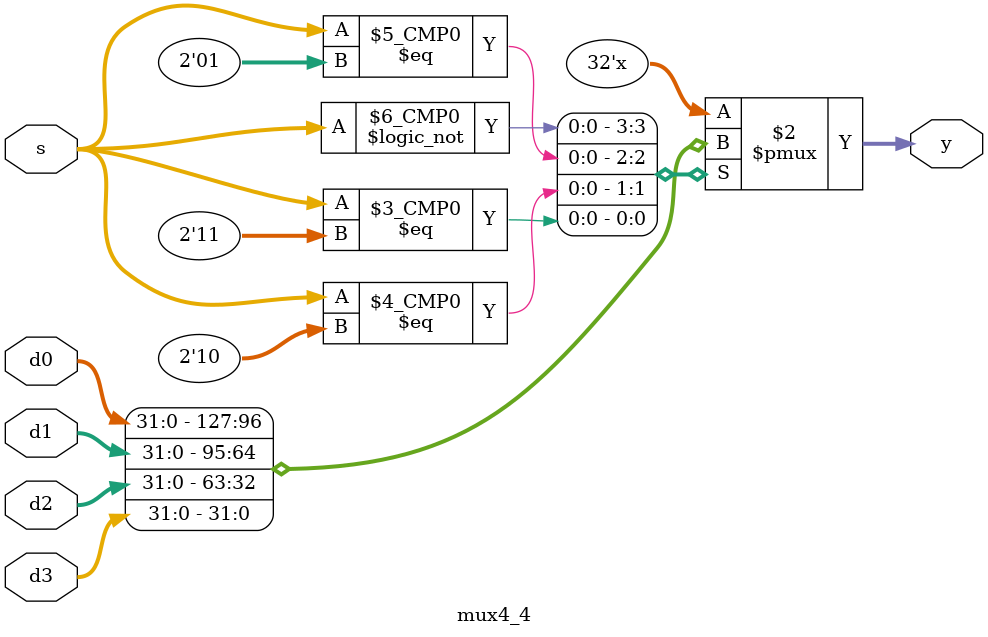
<source format=v>
module mux4_4 #(parameter WIDTH =32)
    (input [WIDTH-1:0] d0,d1,d2,d3,
     input [1:0] s,
     output reg [WIDTH-1:0] y);
    always @(*)
        case(s)
            2'b00: y<= d0;
            2'b01: y<= d1;
            2'b10: y<= d2;
            2'b11: y<= d3;
        endcase
endmodule
</source>
